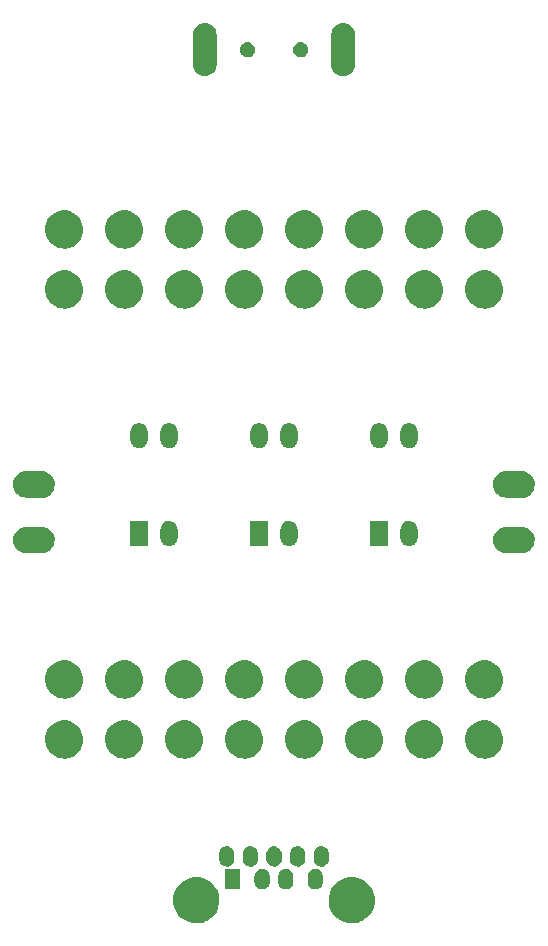
<source format=gbs>
%TF.GenerationSoftware,KiCad,Pcbnew,4.0.1-stable*%
%TF.CreationDate,2016-02-23T23:31:04-05:00*%
%TF.ProjectId,USB Breakout v3.0,55534220427265616B6F75742076332E,3.0.1*%
%TF.FileFunction,Soldermask,Bot*%
%FSLAX46Y46*%
G04 Gerber Fmt 4.6, Leading zero omitted, Abs format (unit mm)*
G04 Created by KiCad (PCBNEW 4.0.1-stable) date 2016-02-23 23:31:04*
%MOMM*%
G01*
G04 APERTURE LIST*
%ADD10C,0.025400*%
G04 APERTURE END LIST*
D10*
G36*
X24114900Y8659502D02*
X24489660Y8582575D01*
X24842339Y8434322D01*
X25159501Y8220394D01*
X25429080Y7948925D01*
X25640789Y7630279D01*
X25786577Y7276570D01*
X25860833Y6901551D01*
X25860833Y6901544D01*
X25860884Y6901286D01*
X25854782Y6464317D01*
X25854724Y6464062D01*
X25854724Y6464055D01*
X25770026Y6091253D01*
X25614419Y5741754D01*
X25393894Y5429141D01*
X25116843Y5165308D01*
X24793830Y4960319D01*
X24793828Y4960318D01*
X24718415Y4931067D01*
X24437144Y4821969D01*
X24060391Y4755537D01*
X23677897Y4763550D01*
X23304251Y4845701D01*
X22953680Y4998861D01*
X22639528Y5217203D01*
X22373775Y5492399D01*
X22166529Y5813981D01*
X22025696Y6169683D01*
X21956634Y6545973D01*
X21961976Y6928507D01*
X22041517Y7302716D01*
X22192228Y7654353D01*
X22408370Y7970020D01*
X22681704Y8237688D01*
X23001827Y8447171D01*
X23356546Y8590487D01*
X23732338Y8662173D01*
X24114900Y8659502D01*
X24114900Y8659502D01*
G37*
G36*
X37254900Y8659502D02*
X37629660Y8582575D01*
X37982339Y8434322D01*
X38299501Y8220394D01*
X38569080Y7948925D01*
X38780789Y7630279D01*
X38926577Y7276570D01*
X39000833Y6901551D01*
X39000833Y6901544D01*
X39000884Y6901286D01*
X38994782Y6464317D01*
X38994724Y6464062D01*
X38994724Y6464055D01*
X38910026Y6091253D01*
X38754419Y5741754D01*
X38533894Y5429141D01*
X38256843Y5165308D01*
X37933830Y4960319D01*
X37933828Y4960318D01*
X37858415Y4931067D01*
X37577144Y4821969D01*
X37200391Y4755537D01*
X36817897Y4763550D01*
X36444251Y4845701D01*
X36093680Y4998861D01*
X35779528Y5217203D01*
X35513775Y5492399D01*
X35306529Y5813981D01*
X35165696Y6169683D01*
X35096634Y6545973D01*
X35101976Y6928507D01*
X35181517Y7302716D01*
X35332228Y7654353D01*
X35548370Y7970020D01*
X35821704Y8237688D01*
X36141827Y8447171D01*
X36496546Y8590487D01*
X36872338Y8662173D01*
X37254900Y8659502D01*
X37254900Y8659502D01*
G37*
G36*
X29610825Y9351677D02*
X29610826Y9351677D01*
X29610862Y9351673D01*
X29732195Y9314114D01*
X29843923Y9253703D01*
X29941789Y9172741D01*
X30022065Y9074312D01*
X30081695Y8962166D01*
X30118406Y8840573D01*
X30130800Y8714165D01*
X30130800Y8285835D01*
X30130737Y8276748D01*
X30116578Y8150526D01*
X30078173Y8029458D01*
X30016984Y7918154D01*
X29935341Y7820856D01*
X29836354Y7741269D01*
X29723794Y7682424D01*
X29601948Y7646562D01*
X29601920Y7646559D01*
X29601912Y7646557D01*
X29475458Y7635050D01*
X29349175Y7648323D01*
X29349174Y7648323D01*
X29349138Y7648327D01*
X29227805Y7685886D01*
X29116077Y7746297D01*
X29018211Y7827259D01*
X28937935Y7925688D01*
X28878305Y8037834D01*
X28841594Y8159427D01*
X28829200Y8285835D01*
X28829200Y8714165D01*
X28829263Y8723252D01*
X28843422Y8849474D01*
X28881827Y8970542D01*
X28943016Y9081846D01*
X29024659Y9179144D01*
X29123646Y9258731D01*
X29236206Y9317576D01*
X29358052Y9353438D01*
X29358080Y9353441D01*
X29358088Y9353443D01*
X29484542Y9364950D01*
X29610825Y9351677D01*
X29610825Y9351677D01*
G37*
G36*
X31610825Y9351677D02*
X31610826Y9351677D01*
X31610862Y9351673D01*
X31732195Y9314114D01*
X31843923Y9253703D01*
X31941789Y9172741D01*
X32022065Y9074312D01*
X32081695Y8962166D01*
X32118406Y8840573D01*
X32130800Y8714165D01*
X32130800Y8285835D01*
X32130737Y8276748D01*
X32116578Y8150526D01*
X32078173Y8029458D01*
X32016984Y7918154D01*
X31935341Y7820856D01*
X31836354Y7741269D01*
X31723794Y7682424D01*
X31601948Y7646562D01*
X31601920Y7646559D01*
X31601912Y7646557D01*
X31475458Y7635050D01*
X31349175Y7648323D01*
X31349174Y7648323D01*
X31349138Y7648327D01*
X31227805Y7685886D01*
X31116077Y7746297D01*
X31018211Y7827259D01*
X30937935Y7925688D01*
X30878305Y8037834D01*
X30841594Y8159427D01*
X30829200Y8285835D01*
X30829200Y8714165D01*
X30829263Y8723252D01*
X30843422Y8849474D01*
X30881827Y8970542D01*
X30943016Y9081846D01*
X31024659Y9179144D01*
X31123646Y9258731D01*
X31236206Y9317576D01*
X31358052Y9353438D01*
X31358080Y9353441D01*
X31358088Y9353443D01*
X31484542Y9364950D01*
X31610825Y9351677D01*
X31610825Y9351677D01*
G37*
G36*
X34110825Y9351677D02*
X34110826Y9351677D01*
X34110862Y9351673D01*
X34232195Y9314114D01*
X34343923Y9253703D01*
X34441789Y9172741D01*
X34522065Y9074312D01*
X34581695Y8962166D01*
X34618406Y8840573D01*
X34630800Y8714165D01*
X34630800Y8285835D01*
X34630737Y8276748D01*
X34616578Y8150526D01*
X34578173Y8029458D01*
X34516984Y7918154D01*
X34435341Y7820856D01*
X34336354Y7741269D01*
X34223794Y7682424D01*
X34101948Y7646562D01*
X34101920Y7646559D01*
X34101912Y7646557D01*
X33975458Y7635050D01*
X33849175Y7648323D01*
X33849174Y7648323D01*
X33849138Y7648327D01*
X33727805Y7685886D01*
X33616077Y7746297D01*
X33518211Y7827259D01*
X33437935Y7925688D01*
X33378305Y8037834D01*
X33341594Y8159427D01*
X33329200Y8285835D01*
X33329200Y8714165D01*
X33329263Y8723252D01*
X33343422Y8849474D01*
X33381827Y8970542D01*
X33443016Y9081846D01*
X33524659Y9179144D01*
X33623646Y9258731D01*
X33736206Y9317576D01*
X33858052Y9353438D01*
X33858080Y9353441D01*
X33858088Y9353443D01*
X33984542Y9364950D01*
X34110825Y9351677D01*
X34110825Y9351677D01*
G37*
G36*
X27630800Y7639200D02*
X26329200Y7639200D01*
X26329200Y9360800D01*
X27630800Y9360800D01*
X27630800Y7639200D01*
X27630800Y7639200D01*
G37*
G36*
X26610825Y11271677D02*
X26610826Y11271677D01*
X26610862Y11271673D01*
X26732195Y11234114D01*
X26843923Y11173703D01*
X26941789Y11092741D01*
X27022065Y10994312D01*
X27081695Y10882166D01*
X27118406Y10760573D01*
X27130800Y10634165D01*
X27130800Y10205835D01*
X27130737Y10196748D01*
X27116578Y10070526D01*
X27078173Y9949458D01*
X27016984Y9838154D01*
X26935341Y9740856D01*
X26836354Y9661269D01*
X26723794Y9602424D01*
X26601948Y9566562D01*
X26601920Y9566559D01*
X26601912Y9566557D01*
X26475458Y9555050D01*
X26349175Y9568323D01*
X26349174Y9568323D01*
X26349138Y9568327D01*
X26227805Y9605886D01*
X26116077Y9666297D01*
X26018211Y9747259D01*
X25937935Y9845688D01*
X25878305Y9957834D01*
X25841594Y10079427D01*
X25829200Y10205835D01*
X25829200Y10634165D01*
X25829263Y10643252D01*
X25843422Y10769474D01*
X25881827Y10890542D01*
X25943016Y11001846D01*
X26024659Y11099144D01*
X26123646Y11178731D01*
X26236206Y11237576D01*
X26358052Y11273438D01*
X26358080Y11273441D01*
X26358088Y11273443D01*
X26484542Y11284950D01*
X26610825Y11271677D01*
X26610825Y11271677D01*
G37*
G36*
X28610825Y11271677D02*
X28610826Y11271677D01*
X28610862Y11271673D01*
X28732195Y11234114D01*
X28843923Y11173703D01*
X28941789Y11092741D01*
X29022065Y10994312D01*
X29081695Y10882166D01*
X29118406Y10760573D01*
X29130800Y10634165D01*
X29130800Y10205835D01*
X29130737Y10196748D01*
X29116578Y10070526D01*
X29078173Y9949458D01*
X29016984Y9838154D01*
X28935341Y9740856D01*
X28836354Y9661269D01*
X28723794Y9602424D01*
X28601948Y9566562D01*
X28601920Y9566559D01*
X28601912Y9566557D01*
X28475458Y9555050D01*
X28349175Y9568323D01*
X28349174Y9568323D01*
X28349138Y9568327D01*
X28227805Y9605886D01*
X28116077Y9666297D01*
X28018211Y9747259D01*
X27937935Y9845688D01*
X27878305Y9957834D01*
X27841594Y10079427D01*
X27829200Y10205835D01*
X27829200Y10634165D01*
X27829263Y10643252D01*
X27843422Y10769474D01*
X27881827Y10890542D01*
X27943016Y11001846D01*
X28024659Y11099144D01*
X28123646Y11178731D01*
X28236206Y11237576D01*
X28358052Y11273438D01*
X28358080Y11273441D01*
X28358088Y11273443D01*
X28484542Y11284950D01*
X28610825Y11271677D01*
X28610825Y11271677D01*
G37*
G36*
X30610825Y11271677D02*
X30610826Y11271677D01*
X30610862Y11271673D01*
X30732195Y11234114D01*
X30843923Y11173703D01*
X30941789Y11092741D01*
X31022065Y10994312D01*
X31081695Y10882166D01*
X31118406Y10760573D01*
X31130800Y10634165D01*
X31130800Y10205835D01*
X31130737Y10196748D01*
X31116578Y10070526D01*
X31078173Y9949458D01*
X31016984Y9838154D01*
X30935341Y9740856D01*
X30836354Y9661269D01*
X30723794Y9602424D01*
X30601948Y9566562D01*
X30601920Y9566559D01*
X30601912Y9566557D01*
X30475458Y9555050D01*
X30349175Y9568323D01*
X30349174Y9568323D01*
X30349138Y9568327D01*
X30227805Y9605886D01*
X30116077Y9666297D01*
X30018211Y9747259D01*
X29937935Y9845688D01*
X29878305Y9957834D01*
X29841594Y10079427D01*
X29829200Y10205835D01*
X29829200Y10634165D01*
X29829263Y10643252D01*
X29843422Y10769474D01*
X29881827Y10890542D01*
X29943016Y11001846D01*
X30024659Y11099144D01*
X30123646Y11178731D01*
X30236206Y11237576D01*
X30358052Y11273438D01*
X30358080Y11273441D01*
X30358088Y11273443D01*
X30484542Y11284950D01*
X30610825Y11271677D01*
X30610825Y11271677D01*
G37*
G36*
X32610825Y11271677D02*
X32610826Y11271677D01*
X32610862Y11271673D01*
X32732195Y11234114D01*
X32843923Y11173703D01*
X32941789Y11092741D01*
X33022065Y10994312D01*
X33081695Y10882166D01*
X33118406Y10760573D01*
X33130800Y10634165D01*
X33130800Y10205835D01*
X33130737Y10196748D01*
X33116578Y10070526D01*
X33078173Y9949458D01*
X33016984Y9838154D01*
X32935341Y9740856D01*
X32836354Y9661269D01*
X32723794Y9602424D01*
X32601948Y9566562D01*
X32601920Y9566559D01*
X32601912Y9566557D01*
X32475458Y9555050D01*
X32349175Y9568323D01*
X32349174Y9568323D01*
X32349138Y9568327D01*
X32227805Y9605886D01*
X32116077Y9666297D01*
X32018211Y9747259D01*
X31937935Y9845688D01*
X31878305Y9957834D01*
X31841594Y10079427D01*
X31829200Y10205835D01*
X31829200Y10634165D01*
X31829263Y10643252D01*
X31843422Y10769474D01*
X31881827Y10890542D01*
X31943016Y11001846D01*
X32024659Y11099144D01*
X32123646Y11178731D01*
X32236206Y11237576D01*
X32358052Y11273438D01*
X32358080Y11273441D01*
X32358088Y11273443D01*
X32484542Y11284950D01*
X32610825Y11271677D01*
X32610825Y11271677D01*
G37*
G36*
X34610825Y11271677D02*
X34610826Y11271677D01*
X34610862Y11271673D01*
X34732195Y11234114D01*
X34843923Y11173703D01*
X34941789Y11092741D01*
X35022065Y10994312D01*
X35081695Y10882166D01*
X35118406Y10760573D01*
X35130800Y10634165D01*
X35130800Y10205835D01*
X35130737Y10196748D01*
X35116578Y10070526D01*
X35078173Y9949458D01*
X35016984Y9838154D01*
X34935341Y9740856D01*
X34836354Y9661269D01*
X34723794Y9602424D01*
X34601948Y9566562D01*
X34601920Y9566559D01*
X34601912Y9566557D01*
X34475458Y9555050D01*
X34349175Y9568323D01*
X34349174Y9568323D01*
X34349138Y9568327D01*
X34227805Y9605886D01*
X34116077Y9666297D01*
X34018211Y9747259D01*
X33937935Y9845688D01*
X33878305Y9957834D01*
X33841594Y10079427D01*
X33829200Y10205835D01*
X33829200Y10634165D01*
X33829263Y10643252D01*
X33843422Y10769474D01*
X33881827Y10890542D01*
X33943016Y11001846D01*
X34024659Y11099144D01*
X34123646Y11178731D01*
X34236206Y11237576D01*
X34358052Y11273438D01*
X34358080Y11273441D01*
X34358088Y11273443D01*
X34484542Y11284950D01*
X34610825Y11271677D01*
X34610825Y11271677D01*
G37*
G36*
X23029408Y21931827D02*
X23339257Y21868224D01*
X23630848Y21745650D01*
X23893073Y21568778D01*
X24115960Y21344329D01*
X24290997Y21080877D01*
X24411534Y20788433D01*
X24472918Y20478418D01*
X24472918Y20478411D01*
X24472969Y20478153D01*
X24467924Y20116872D01*
X24467866Y20116617D01*
X24467866Y20116610D01*
X24397849Y19808427D01*
X24269195Y19519464D01*
X24086866Y19260997D01*
X23857808Y19042868D01*
X23590741Y18873383D01*
X23295837Y18758997D01*
X22984342Y18704071D01*
X22668099Y18710696D01*
X22359174Y18778618D01*
X22069326Y18905249D01*
X21809590Y19085770D01*
X21589864Y19313303D01*
X21418517Y19579182D01*
X21302078Y19873272D01*
X21244978Y20184384D01*
X21249395Y20500660D01*
X21315158Y20810051D01*
X21439765Y21100781D01*
X21618468Y21361771D01*
X21844458Y21583075D01*
X22109134Y21756275D01*
X22402409Y21874765D01*
X22713111Y21934035D01*
X23029408Y21931827D01*
X23029408Y21931827D01*
G37*
G36*
X12869408Y21931827D02*
X13179257Y21868224D01*
X13470848Y21745650D01*
X13733073Y21568778D01*
X13955960Y21344329D01*
X14130997Y21080877D01*
X14251534Y20788433D01*
X14312918Y20478418D01*
X14312918Y20478411D01*
X14312969Y20478153D01*
X14307924Y20116872D01*
X14307866Y20116617D01*
X14307866Y20116610D01*
X14237849Y19808427D01*
X14109195Y19519464D01*
X13926866Y19260997D01*
X13697808Y19042868D01*
X13430741Y18873383D01*
X13135837Y18758997D01*
X12824342Y18704071D01*
X12508099Y18710696D01*
X12199174Y18778618D01*
X11909326Y18905249D01*
X11649590Y19085770D01*
X11429864Y19313303D01*
X11258517Y19579182D01*
X11142078Y19873272D01*
X11084978Y20184384D01*
X11089395Y20500660D01*
X11155158Y20810051D01*
X11279765Y21100781D01*
X11458468Y21361771D01*
X11684458Y21583075D01*
X11949134Y21756275D01*
X12242409Y21874765D01*
X12553111Y21934035D01*
X12869408Y21931827D01*
X12869408Y21931827D01*
G37*
G36*
X17949408Y21931827D02*
X18259257Y21868224D01*
X18550848Y21745650D01*
X18813073Y21568778D01*
X19035960Y21344329D01*
X19210997Y21080877D01*
X19331534Y20788433D01*
X19392918Y20478418D01*
X19392918Y20478411D01*
X19392969Y20478153D01*
X19387924Y20116872D01*
X19387866Y20116617D01*
X19387866Y20116610D01*
X19317849Y19808427D01*
X19189195Y19519464D01*
X19006866Y19260997D01*
X18777808Y19042868D01*
X18510741Y18873383D01*
X18215837Y18758997D01*
X17904342Y18704071D01*
X17588099Y18710696D01*
X17279174Y18778618D01*
X16989326Y18905249D01*
X16729590Y19085770D01*
X16509864Y19313303D01*
X16338517Y19579182D01*
X16222078Y19873272D01*
X16164978Y20184384D01*
X16169395Y20500660D01*
X16235158Y20810051D01*
X16359765Y21100781D01*
X16538468Y21361771D01*
X16764458Y21583075D01*
X17029134Y21756275D01*
X17322409Y21874765D01*
X17633111Y21934035D01*
X17949408Y21931827D01*
X17949408Y21931827D01*
G37*
G36*
X28109408Y21931827D02*
X28419257Y21868224D01*
X28710848Y21745650D01*
X28973073Y21568778D01*
X29195960Y21344329D01*
X29370997Y21080877D01*
X29491534Y20788433D01*
X29552918Y20478418D01*
X29552918Y20478411D01*
X29552969Y20478153D01*
X29547924Y20116872D01*
X29547866Y20116617D01*
X29547866Y20116610D01*
X29477849Y19808427D01*
X29349195Y19519464D01*
X29166866Y19260997D01*
X28937808Y19042868D01*
X28670741Y18873383D01*
X28375837Y18758997D01*
X28064342Y18704071D01*
X27748099Y18710696D01*
X27439174Y18778618D01*
X27149326Y18905249D01*
X26889590Y19085770D01*
X26669864Y19313303D01*
X26498517Y19579182D01*
X26382078Y19873272D01*
X26324978Y20184384D01*
X26329395Y20500660D01*
X26395158Y20810051D01*
X26519765Y21100781D01*
X26698468Y21361771D01*
X26924458Y21583075D01*
X27189134Y21756275D01*
X27482409Y21874765D01*
X27793111Y21934035D01*
X28109408Y21931827D01*
X28109408Y21931827D01*
G37*
G36*
X33189408Y21931827D02*
X33499257Y21868224D01*
X33790848Y21745650D01*
X34053073Y21568778D01*
X34275960Y21344329D01*
X34450997Y21080877D01*
X34571534Y20788433D01*
X34632918Y20478418D01*
X34632918Y20478411D01*
X34632969Y20478153D01*
X34627924Y20116872D01*
X34627866Y20116617D01*
X34627866Y20116610D01*
X34557849Y19808427D01*
X34429195Y19519464D01*
X34246866Y19260997D01*
X34017808Y19042868D01*
X33750741Y18873383D01*
X33455837Y18758997D01*
X33144342Y18704071D01*
X32828099Y18710696D01*
X32519174Y18778618D01*
X32229326Y18905249D01*
X31969590Y19085770D01*
X31749864Y19313303D01*
X31578517Y19579182D01*
X31462078Y19873272D01*
X31404978Y20184384D01*
X31409395Y20500660D01*
X31475158Y20810051D01*
X31599765Y21100781D01*
X31778468Y21361771D01*
X32004458Y21583075D01*
X32269134Y21756275D01*
X32562409Y21874765D01*
X32873111Y21934035D01*
X33189408Y21931827D01*
X33189408Y21931827D01*
G37*
G36*
X38269408Y21931827D02*
X38579257Y21868224D01*
X38870848Y21745650D01*
X39133073Y21568778D01*
X39355960Y21344329D01*
X39530997Y21080877D01*
X39651534Y20788433D01*
X39712918Y20478418D01*
X39712918Y20478411D01*
X39712969Y20478153D01*
X39707924Y20116872D01*
X39707866Y20116617D01*
X39707866Y20116610D01*
X39637849Y19808427D01*
X39509195Y19519464D01*
X39326866Y19260997D01*
X39097808Y19042868D01*
X38830741Y18873383D01*
X38535837Y18758997D01*
X38224342Y18704071D01*
X37908099Y18710696D01*
X37599174Y18778618D01*
X37309326Y18905249D01*
X37049590Y19085770D01*
X36829864Y19313303D01*
X36658517Y19579182D01*
X36542078Y19873272D01*
X36484978Y20184384D01*
X36489395Y20500660D01*
X36555158Y20810051D01*
X36679765Y21100781D01*
X36858468Y21361771D01*
X37084458Y21583075D01*
X37349134Y21756275D01*
X37642409Y21874765D01*
X37953111Y21934035D01*
X38269408Y21931827D01*
X38269408Y21931827D01*
G37*
G36*
X43349408Y21931827D02*
X43659257Y21868224D01*
X43950848Y21745650D01*
X44213073Y21568778D01*
X44435960Y21344329D01*
X44610997Y21080877D01*
X44731534Y20788433D01*
X44792918Y20478418D01*
X44792918Y20478411D01*
X44792969Y20478153D01*
X44787924Y20116872D01*
X44787866Y20116617D01*
X44787866Y20116610D01*
X44717849Y19808427D01*
X44589195Y19519464D01*
X44406866Y19260997D01*
X44177808Y19042868D01*
X43910741Y18873383D01*
X43615837Y18758997D01*
X43304342Y18704071D01*
X42988099Y18710696D01*
X42679174Y18778618D01*
X42389326Y18905249D01*
X42129590Y19085770D01*
X41909864Y19313303D01*
X41738517Y19579182D01*
X41622078Y19873272D01*
X41564978Y20184384D01*
X41569395Y20500660D01*
X41635158Y20810051D01*
X41759765Y21100781D01*
X41938468Y21361771D01*
X42164458Y21583075D01*
X42429134Y21756275D01*
X42722409Y21874765D01*
X43033111Y21934035D01*
X43349408Y21931827D01*
X43349408Y21931827D01*
G37*
G36*
X48429408Y21931827D02*
X48739257Y21868224D01*
X49030848Y21745650D01*
X49293073Y21568778D01*
X49515960Y21344329D01*
X49690997Y21080877D01*
X49811534Y20788433D01*
X49872918Y20478418D01*
X49872918Y20478411D01*
X49872969Y20478153D01*
X49867924Y20116872D01*
X49867866Y20116617D01*
X49867866Y20116610D01*
X49797849Y19808427D01*
X49669195Y19519464D01*
X49486866Y19260997D01*
X49257808Y19042868D01*
X48990741Y18873383D01*
X48695837Y18758997D01*
X48384342Y18704071D01*
X48068099Y18710696D01*
X47759174Y18778618D01*
X47469326Y18905249D01*
X47209590Y19085770D01*
X46989864Y19313303D01*
X46818517Y19579182D01*
X46702078Y19873272D01*
X46644978Y20184384D01*
X46649395Y20500660D01*
X46715158Y20810051D01*
X46839765Y21100781D01*
X47018468Y21361771D01*
X47244458Y21583075D01*
X47509134Y21756275D01*
X47802409Y21874765D01*
X48113111Y21934035D01*
X48429408Y21931827D01*
X48429408Y21931827D01*
G37*
G36*
X48429408Y27011827D02*
X48739257Y26948224D01*
X49030848Y26825650D01*
X49293073Y26648778D01*
X49515960Y26424329D01*
X49690997Y26160877D01*
X49811534Y25868433D01*
X49872918Y25558418D01*
X49872918Y25558411D01*
X49872969Y25558153D01*
X49867924Y25196872D01*
X49867866Y25196617D01*
X49867866Y25196610D01*
X49797849Y24888427D01*
X49669195Y24599464D01*
X49486866Y24340997D01*
X49257808Y24122868D01*
X48990741Y23953383D01*
X48695837Y23838997D01*
X48384342Y23784071D01*
X48068099Y23790696D01*
X47759174Y23858618D01*
X47469326Y23985249D01*
X47209590Y24165770D01*
X46989864Y24393303D01*
X46818517Y24659182D01*
X46702078Y24953272D01*
X46644978Y25264384D01*
X46649395Y25580660D01*
X46715158Y25890051D01*
X46839765Y26180781D01*
X47018468Y26441771D01*
X47244458Y26663075D01*
X47509134Y26836275D01*
X47802409Y26954765D01*
X48113111Y27014035D01*
X48429408Y27011827D01*
X48429408Y27011827D01*
G37*
G36*
X43349408Y27011827D02*
X43659257Y26948224D01*
X43950848Y26825650D01*
X44213073Y26648778D01*
X44435960Y26424329D01*
X44610997Y26160877D01*
X44731534Y25868433D01*
X44792918Y25558418D01*
X44792918Y25558411D01*
X44792969Y25558153D01*
X44787924Y25196872D01*
X44787866Y25196617D01*
X44787866Y25196610D01*
X44717849Y24888427D01*
X44589195Y24599464D01*
X44406866Y24340997D01*
X44177808Y24122868D01*
X43910741Y23953383D01*
X43615837Y23838997D01*
X43304342Y23784071D01*
X42988099Y23790696D01*
X42679174Y23858618D01*
X42389326Y23985249D01*
X42129590Y24165770D01*
X41909864Y24393303D01*
X41738517Y24659182D01*
X41622078Y24953272D01*
X41564978Y25264384D01*
X41569395Y25580660D01*
X41635158Y25890051D01*
X41759765Y26180781D01*
X41938468Y26441771D01*
X42164458Y26663075D01*
X42429134Y26836275D01*
X42722409Y26954765D01*
X43033111Y27014035D01*
X43349408Y27011827D01*
X43349408Y27011827D01*
G37*
G36*
X38269408Y27011827D02*
X38579257Y26948224D01*
X38870848Y26825650D01*
X39133073Y26648778D01*
X39355960Y26424329D01*
X39530997Y26160877D01*
X39651534Y25868433D01*
X39712918Y25558418D01*
X39712918Y25558411D01*
X39712969Y25558153D01*
X39707924Y25196872D01*
X39707866Y25196617D01*
X39707866Y25196610D01*
X39637849Y24888427D01*
X39509195Y24599464D01*
X39326866Y24340997D01*
X39097808Y24122868D01*
X38830741Y23953383D01*
X38535837Y23838997D01*
X38224342Y23784071D01*
X37908099Y23790696D01*
X37599174Y23858618D01*
X37309326Y23985249D01*
X37049590Y24165770D01*
X36829864Y24393303D01*
X36658517Y24659182D01*
X36542078Y24953272D01*
X36484978Y25264384D01*
X36489395Y25580660D01*
X36555158Y25890051D01*
X36679765Y26180781D01*
X36858468Y26441771D01*
X37084458Y26663075D01*
X37349134Y26836275D01*
X37642409Y26954765D01*
X37953111Y27014035D01*
X38269408Y27011827D01*
X38269408Y27011827D01*
G37*
G36*
X33189408Y27011827D02*
X33499257Y26948224D01*
X33790848Y26825650D01*
X34053073Y26648778D01*
X34275960Y26424329D01*
X34450997Y26160877D01*
X34571534Y25868433D01*
X34632918Y25558418D01*
X34632918Y25558411D01*
X34632969Y25558153D01*
X34627924Y25196872D01*
X34627866Y25196617D01*
X34627866Y25196610D01*
X34557849Y24888427D01*
X34429195Y24599464D01*
X34246866Y24340997D01*
X34017808Y24122868D01*
X33750741Y23953383D01*
X33455837Y23838997D01*
X33144342Y23784071D01*
X32828099Y23790696D01*
X32519174Y23858618D01*
X32229326Y23985249D01*
X31969590Y24165770D01*
X31749864Y24393303D01*
X31578517Y24659182D01*
X31462078Y24953272D01*
X31404978Y25264384D01*
X31409395Y25580660D01*
X31475158Y25890051D01*
X31599765Y26180781D01*
X31778468Y26441771D01*
X32004458Y26663075D01*
X32269134Y26836275D01*
X32562409Y26954765D01*
X32873111Y27014035D01*
X33189408Y27011827D01*
X33189408Y27011827D01*
G37*
G36*
X28109408Y27011827D02*
X28419257Y26948224D01*
X28710848Y26825650D01*
X28973073Y26648778D01*
X29195960Y26424329D01*
X29370997Y26160877D01*
X29491534Y25868433D01*
X29552918Y25558418D01*
X29552918Y25558411D01*
X29552969Y25558153D01*
X29547924Y25196872D01*
X29547866Y25196617D01*
X29547866Y25196610D01*
X29477849Y24888427D01*
X29349195Y24599464D01*
X29166866Y24340997D01*
X28937808Y24122868D01*
X28670741Y23953383D01*
X28375837Y23838997D01*
X28064342Y23784071D01*
X27748099Y23790696D01*
X27439174Y23858618D01*
X27149326Y23985249D01*
X26889590Y24165770D01*
X26669864Y24393303D01*
X26498517Y24659182D01*
X26382078Y24953272D01*
X26324978Y25264384D01*
X26329395Y25580660D01*
X26395158Y25890051D01*
X26519765Y26180781D01*
X26698468Y26441771D01*
X26924458Y26663075D01*
X27189134Y26836275D01*
X27482409Y26954765D01*
X27793111Y27014035D01*
X28109408Y27011827D01*
X28109408Y27011827D01*
G37*
G36*
X23029408Y27011827D02*
X23339257Y26948224D01*
X23630848Y26825650D01*
X23893073Y26648778D01*
X24115960Y26424329D01*
X24290997Y26160877D01*
X24411534Y25868433D01*
X24472918Y25558418D01*
X24472918Y25558411D01*
X24472969Y25558153D01*
X24467924Y25196872D01*
X24467866Y25196617D01*
X24467866Y25196610D01*
X24397849Y24888427D01*
X24269195Y24599464D01*
X24086866Y24340997D01*
X23857808Y24122868D01*
X23590741Y23953383D01*
X23295837Y23838997D01*
X22984342Y23784071D01*
X22668099Y23790696D01*
X22359174Y23858618D01*
X22069326Y23985249D01*
X21809590Y24165770D01*
X21589864Y24393303D01*
X21418517Y24659182D01*
X21302078Y24953272D01*
X21244978Y25264384D01*
X21249395Y25580660D01*
X21315158Y25890051D01*
X21439765Y26180781D01*
X21618468Y26441771D01*
X21844458Y26663075D01*
X22109134Y26836275D01*
X22402409Y26954765D01*
X22713111Y27014035D01*
X23029408Y27011827D01*
X23029408Y27011827D01*
G37*
G36*
X17949408Y27011827D02*
X18259257Y26948224D01*
X18550848Y26825650D01*
X18813073Y26648778D01*
X19035960Y26424329D01*
X19210997Y26160877D01*
X19331534Y25868433D01*
X19392918Y25558418D01*
X19392918Y25558411D01*
X19392969Y25558153D01*
X19387924Y25196872D01*
X19387866Y25196617D01*
X19387866Y25196610D01*
X19317849Y24888427D01*
X19189195Y24599464D01*
X19006866Y24340997D01*
X18777808Y24122868D01*
X18510741Y23953383D01*
X18215837Y23838997D01*
X17904342Y23784071D01*
X17588099Y23790696D01*
X17279174Y23858618D01*
X16989326Y23985249D01*
X16729590Y24165770D01*
X16509864Y24393303D01*
X16338517Y24659182D01*
X16222078Y24953272D01*
X16164978Y25264384D01*
X16169395Y25580660D01*
X16235158Y25890051D01*
X16359765Y26180781D01*
X16538468Y26441771D01*
X16764458Y26663075D01*
X17029134Y26836275D01*
X17322409Y26954765D01*
X17633111Y27014035D01*
X17949408Y27011827D01*
X17949408Y27011827D01*
G37*
G36*
X12869408Y27011827D02*
X13179257Y26948224D01*
X13470848Y26825650D01*
X13733073Y26648778D01*
X13955960Y26424329D01*
X14130997Y26160877D01*
X14251534Y25868433D01*
X14312918Y25558418D01*
X14312918Y25558411D01*
X14312969Y25558153D01*
X14307924Y25196872D01*
X14307866Y25196617D01*
X14307866Y25196610D01*
X14237849Y24888427D01*
X14109195Y24599464D01*
X13926866Y24340997D01*
X13697808Y24122868D01*
X13430741Y23953383D01*
X13135837Y23838997D01*
X12824342Y23784071D01*
X12508099Y23790696D01*
X12199174Y23858618D01*
X11909326Y23985249D01*
X11649590Y24165770D01*
X11429864Y24393303D01*
X11258517Y24659182D01*
X11142078Y24953272D01*
X11084978Y25264384D01*
X11089395Y25580660D01*
X11155158Y25890051D01*
X11279765Y26180781D01*
X11458468Y26441771D01*
X11684458Y26663075D01*
X11949134Y26836275D01*
X12242409Y26954765D01*
X12553111Y27014035D01*
X12869408Y27011827D01*
X12869408Y27011827D01*
G37*
G36*
X51447640Y38335702D02*
X51447651Y38335701D01*
X51449190Y38335690D01*
X51667538Y38311199D01*
X51876971Y38244763D01*
X52069511Y38138913D01*
X52237824Y37997681D01*
X52375500Y37826447D01*
X52477295Y37631732D01*
X52539330Y37420954D01*
X52539332Y37420931D01*
X52539336Y37420918D01*
X52559246Y37202142D01*
X52536283Y36983663D01*
X52536280Y36983653D01*
X52536277Y36983626D01*
X52471305Y36773735D01*
X52366801Y36580461D01*
X52226748Y36411165D01*
X52056479Y36272297D01*
X51862480Y36169146D01*
X51652140Y36105641D01*
X51433471Y36084200D01*
X50166465Y36084200D01*
X50152360Y36084298D01*
X50152349Y36084299D01*
X50150810Y36084310D01*
X49932462Y36108801D01*
X49723029Y36175237D01*
X49530489Y36281087D01*
X49362176Y36422319D01*
X49224500Y36593553D01*
X49122705Y36788268D01*
X49060670Y36999046D01*
X49060668Y36999069D01*
X49060664Y36999082D01*
X49040754Y37217858D01*
X49063717Y37436337D01*
X49063720Y37436347D01*
X49063723Y37436374D01*
X49128695Y37646265D01*
X49233199Y37839539D01*
X49373252Y38008835D01*
X49543521Y38147703D01*
X49737520Y38250854D01*
X49947860Y38314359D01*
X50166529Y38335800D01*
X51433535Y38335800D01*
X51447640Y38335702D01*
X51447640Y38335702D01*
G37*
G36*
X10807640Y38335702D02*
X10807651Y38335701D01*
X10809190Y38335690D01*
X11027538Y38311199D01*
X11236971Y38244763D01*
X11429511Y38138913D01*
X11597824Y37997681D01*
X11735500Y37826447D01*
X11837295Y37631732D01*
X11899330Y37420954D01*
X11899332Y37420931D01*
X11899336Y37420918D01*
X11919246Y37202142D01*
X11896283Y36983663D01*
X11896280Y36983653D01*
X11896277Y36983626D01*
X11831305Y36773735D01*
X11726801Y36580461D01*
X11586748Y36411165D01*
X11416479Y36272297D01*
X11222480Y36169146D01*
X11012140Y36105641D01*
X10793471Y36084200D01*
X9526465Y36084200D01*
X9512360Y36084298D01*
X9512349Y36084299D01*
X9510810Y36084310D01*
X9292462Y36108801D01*
X9083029Y36175237D01*
X8890489Y36281087D01*
X8722176Y36422319D01*
X8584500Y36593553D01*
X8482705Y36788268D01*
X8420670Y36999046D01*
X8420668Y36999069D01*
X8420664Y36999082D01*
X8400754Y37217858D01*
X8423717Y37436337D01*
X8423720Y37436347D01*
X8423723Y37436374D01*
X8488695Y37646265D01*
X8593199Y37839539D01*
X8733252Y38008835D01*
X8903521Y38147703D01*
X9097520Y38250854D01*
X9307860Y38314359D01*
X9526529Y38335800D01*
X10793535Y38335800D01*
X10807640Y38335702D01*
X10807640Y38335702D01*
G37*
G36*
X42055903Y38816127D02*
X42055912Y38816124D01*
X42055942Y38816121D01*
X42191259Y38774233D01*
X42315862Y38706860D01*
X42425006Y38616569D01*
X42514534Y38506797D01*
X42581036Y38381726D01*
X42621977Y38246120D01*
X42635800Y38105145D01*
X42635800Y37419791D01*
X42635741Y37411272D01*
X42635740Y37411261D01*
X42635729Y37409721D01*
X42619940Y37268953D01*
X42577108Y37133932D01*
X42508867Y37009802D01*
X42417816Y36901291D01*
X42307421Y36812531D01*
X42181889Y36746905D01*
X42046001Y36706911D01*
X42045975Y36706909D01*
X42045966Y36706906D01*
X41904933Y36694071D01*
X41764097Y36708873D01*
X41764088Y36708876D01*
X41764058Y36708879D01*
X41628741Y36750767D01*
X41504138Y36818140D01*
X41394994Y36908431D01*
X41305466Y37018203D01*
X41238964Y37143274D01*
X41198023Y37278880D01*
X41184200Y37419855D01*
X41184200Y38105209D01*
X41184259Y38113728D01*
X41184260Y38113739D01*
X41184271Y38115279D01*
X41200060Y38256047D01*
X41242892Y38391068D01*
X41311133Y38515198D01*
X41402184Y38623709D01*
X41512579Y38712469D01*
X41638111Y38778095D01*
X41773999Y38818089D01*
X41774025Y38818091D01*
X41774034Y38818094D01*
X41915067Y38830929D01*
X42055903Y38816127D01*
X42055903Y38816127D01*
G37*
G36*
X31895903Y38816127D02*
X31895912Y38816124D01*
X31895942Y38816121D01*
X32031259Y38774233D01*
X32155862Y38706860D01*
X32265006Y38616569D01*
X32354534Y38506797D01*
X32421036Y38381726D01*
X32461977Y38246120D01*
X32475800Y38105145D01*
X32475800Y37419791D01*
X32475741Y37411272D01*
X32475740Y37411261D01*
X32475729Y37409721D01*
X32459940Y37268953D01*
X32417108Y37133932D01*
X32348867Y37009802D01*
X32257816Y36901291D01*
X32147421Y36812531D01*
X32021889Y36746905D01*
X31886001Y36706911D01*
X31885975Y36706909D01*
X31885966Y36706906D01*
X31744933Y36694071D01*
X31604097Y36708873D01*
X31604088Y36708876D01*
X31604058Y36708879D01*
X31468741Y36750767D01*
X31344138Y36818140D01*
X31234994Y36908431D01*
X31145466Y37018203D01*
X31078964Y37143274D01*
X31038023Y37278880D01*
X31024200Y37419855D01*
X31024200Y38105209D01*
X31024259Y38113728D01*
X31024260Y38113739D01*
X31024271Y38115279D01*
X31040060Y38256047D01*
X31082892Y38391068D01*
X31151133Y38515198D01*
X31242184Y38623709D01*
X31352579Y38712469D01*
X31478111Y38778095D01*
X31613999Y38818089D01*
X31614025Y38818091D01*
X31614034Y38818094D01*
X31755067Y38830929D01*
X31895903Y38816127D01*
X31895903Y38816127D01*
G37*
G36*
X21735903Y38816127D02*
X21735912Y38816124D01*
X21735942Y38816121D01*
X21871259Y38774233D01*
X21995862Y38706860D01*
X22105006Y38616569D01*
X22194534Y38506797D01*
X22261036Y38381726D01*
X22301977Y38246120D01*
X22315800Y38105145D01*
X22315800Y37419791D01*
X22315741Y37411272D01*
X22315740Y37411261D01*
X22315729Y37409721D01*
X22299940Y37268953D01*
X22257108Y37133932D01*
X22188867Y37009802D01*
X22097816Y36901291D01*
X21987421Y36812531D01*
X21861889Y36746905D01*
X21726001Y36706911D01*
X21725975Y36706909D01*
X21725966Y36706906D01*
X21584933Y36694071D01*
X21444097Y36708873D01*
X21444088Y36708876D01*
X21444058Y36708879D01*
X21308741Y36750767D01*
X21184138Y36818140D01*
X21074994Y36908431D01*
X20985466Y37018203D01*
X20918964Y37143274D01*
X20878023Y37278880D01*
X20864200Y37419855D01*
X20864200Y38105209D01*
X20864259Y38113728D01*
X20864260Y38113739D01*
X20864271Y38115279D01*
X20880060Y38256047D01*
X20922892Y38391068D01*
X20991133Y38515198D01*
X21082184Y38623709D01*
X21192579Y38712469D01*
X21318111Y38778095D01*
X21453999Y38818089D01*
X21454025Y38818091D01*
X21454034Y38818094D01*
X21595067Y38830929D01*
X21735903Y38816127D01*
X21735903Y38816127D01*
G37*
G36*
X40095800Y36699200D02*
X38644200Y36699200D01*
X38644200Y38825800D01*
X40095800Y38825800D01*
X40095800Y36699200D01*
X40095800Y36699200D01*
G37*
G36*
X29935800Y36699200D02*
X28484200Y36699200D01*
X28484200Y38825800D01*
X29935800Y38825800D01*
X29935800Y36699200D01*
X29935800Y36699200D01*
G37*
G36*
X19775800Y36699200D02*
X18324200Y36699200D01*
X18324200Y38825800D01*
X19775800Y38825800D01*
X19775800Y36699200D01*
X19775800Y36699200D01*
G37*
G36*
X10807640Y43035702D02*
X10807651Y43035701D01*
X10809190Y43035690D01*
X11027538Y43011199D01*
X11236971Y42944763D01*
X11429511Y42838913D01*
X11597824Y42697681D01*
X11735500Y42526447D01*
X11837295Y42331732D01*
X11899330Y42120954D01*
X11899332Y42120931D01*
X11899336Y42120918D01*
X11919246Y41902142D01*
X11896283Y41683663D01*
X11896280Y41683653D01*
X11896277Y41683626D01*
X11831305Y41473735D01*
X11726801Y41280461D01*
X11586748Y41111165D01*
X11416479Y40972297D01*
X11222480Y40869146D01*
X11012140Y40805641D01*
X10793471Y40784200D01*
X9526465Y40784200D01*
X9512360Y40784298D01*
X9512349Y40784299D01*
X9510810Y40784310D01*
X9292462Y40808801D01*
X9083029Y40875237D01*
X8890489Y40981087D01*
X8722176Y41122319D01*
X8584500Y41293553D01*
X8482705Y41488268D01*
X8420670Y41699046D01*
X8420668Y41699069D01*
X8420664Y41699082D01*
X8400754Y41917858D01*
X8423717Y42136337D01*
X8423720Y42136347D01*
X8423723Y42136374D01*
X8488695Y42346265D01*
X8593199Y42539539D01*
X8733252Y42708835D01*
X8903521Y42847703D01*
X9097520Y42950854D01*
X9307860Y43014359D01*
X9526529Y43035800D01*
X10793535Y43035800D01*
X10807640Y43035702D01*
X10807640Y43035702D01*
G37*
G36*
X51447640Y43035702D02*
X51447651Y43035701D01*
X51449190Y43035690D01*
X51667538Y43011199D01*
X51876971Y42944763D01*
X52069511Y42838913D01*
X52237824Y42697681D01*
X52375500Y42526447D01*
X52477295Y42331732D01*
X52539330Y42120954D01*
X52539332Y42120931D01*
X52539336Y42120918D01*
X52559246Y41902142D01*
X52536283Y41683663D01*
X52536280Y41683653D01*
X52536277Y41683626D01*
X52471305Y41473735D01*
X52366801Y41280461D01*
X52226748Y41111165D01*
X52056479Y40972297D01*
X51862480Y40869146D01*
X51652140Y40805641D01*
X51433471Y40784200D01*
X50166465Y40784200D01*
X50152360Y40784298D01*
X50152349Y40784299D01*
X50150810Y40784310D01*
X49932462Y40808801D01*
X49723029Y40875237D01*
X49530489Y40981087D01*
X49362176Y41122319D01*
X49224500Y41293553D01*
X49122705Y41488268D01*
X49060670Y41699046D01*
X49060668Y41699069D01*
X49060664Y41699082D01*
X49040754Y41917858D01*
X49063717Y42136337D01*
X49063720Y42136347D01*
X49063723Y42136374D01*
X49128695Y42346265D01*
X49233199Y42539539D01*
X49373252Y42708835D01*
X49543521Y42847703D01*
X49737520Y42950854D01*
X49947860Y43014359D01*
X50166529Y43035800D01*
X51433535Y43035800D01*
X51447640Y43035702D01*
X51447640Y43035702D01*
G37*
G36*
X42055903Y47111127D02*
X42055912Y47111124D01*
X42055942Y47111121D01*
X42191259Y47069233D01*
X42315862Y47001860D01*
X42425006Y46911569D01*
X42514534Y46801797D01*
X42581036Y46676726D01*
X42621977Y46541120D01*
X42635800Y46400145D01*
X42635800Y45714791D01*
X42635741Y45706272D01*
X42635740Y45706261D01*
X42635729Y45704721D01*
X42619940Y45563953D01*
X42577108Y45428932D01*
X42508867Y45304802D01*
X42417816Y45196291D01*
X42307421Y45107531D01*
X42181889Y45041905D01*
X42046001Y45001911D01*
X42045975Y45001909D01*
X42045966Y45001906D01*
X41904933Y44989071D01*
X41764097Y45003873D01*
X41764088Y45003876D01*
X41764058Y45003879D01*
X41628741Y45045767D01*
X41504138Y45113140D01*
X41394994Y45203431D01*
X41305466Y45313203D01*
X41238964Y45438274D01*
X41198023Y45573880D01*
X41184200Y45714855D01*
X41184200Y46400209D01*
X41184259Y46408728D01*
X41184260Y46408739D01*
X41184271Y46410279D01*
X41200060Y46551047D01*
X41242892Y46686068D01*
X41311133Y46810198D01*
X41402184Y46918709D01*
X41512579Y47007469D01*
X41638111Y47073095D01*
X41773999Y47113089D01*
X41774025Y47113091D01*
X41774034Y47113094D01*
X41915067Y47125929D01*
X42055903Y47111127D01*
X42055903Y47111127D01*
G37*
G36*
X39515903Y47111127D02*
X39515912Y47111124D01*
X39515942Y47111121D01*
X39651259Y47069233D01*
X39775862Y47001860D01*
X39885006Y46911569D01*
X39974534Y46801797D01*
X40041036Y46676726D01*
X40081977Y46541120D01*
X40095800Y46400145D01*
X40095800Y45714791D01*
X40095741Y45706272D01*
X40095740Y45706261D01*
X40095729Y45704721D01*
X40079940Y45563953D01*
X40037108Y45428932D01*
X39968867Y45304802D01*
X39877816Y45196291D01*
X39767421Y45107531D01*
X39641889Y45041905D01*
X39506001Y45001911D01*
X39505975Y45001909D01*
X39505966Y45001906D01*
X39364933Y44989071D01*
X39224097Y45003873D01*
X39224088Y45003876D01*
X39224058Y45003879D01*
X39088741Y45045767D01*
X38964138Y45113140D01*
X38854994Y45203431D01*
X38765466Y45313203D01*
X38698964Y45438274D01*
X38658023Y45573880D01*
X38644200Y45714855D01*
X38644200Y46400209D01*
X38644259Y46408728D01*
X38644260Y46408739D01*
X38644271Y46410279D01*
X38660060Y46551047D01*
X38702892Y46686068D01*
X38771133Y46810198D01*
X38862184Y46918709D01*
X38972579Y47007469D01*
X39098111Y47073095D01*
X39233999Y47113089D01*
X39234025Y47113091D01*
X39234034Y47113094D01*
X39375067Y47125929D01*
X39515903Y47111127D01*
X39515903Y47111127D01*
G37*
G36*
X31895903Y47111127D02*
X31895912Y47111124D01*
X31895942Y47111121D01*
X32031259Y47069233D01*
X32155862Y47001860D01*
X32265006Y46911569D01*
X32354534Y46801797D01*
X32421036Y46676726D01*
X32461977Y46541120D01*
X32475800Y46400145D01*
X32475800Y45714791D01*
X32475741Y45706272D01*
X32475740Y45706261D01*
X32475729Y45704721D01*
X32459940Y45563953D01*
X32417108Y45428932D01*
X32348867Y45304802D01*
X32257816Y45196291D01*
X32147421Y45107531D01*
X32021889Y45041905D01*
X31886001Y45001911D01*
X31885975Y45001909D01*
X31885966Y45001906D01*
X31744933Y44989071D01*
X31604097Y45003873D01*
X31604088Y45003876D01*
X31604058Y45003879D01*
X31468741Y45045767D01*
X31344138Y45113140D01*
X31234994Y45203431D01*
X31145466Y45313203D01*
X31078964Y45438274D01*
X31038023Y45573880D01*
X31024200Y45714855D01*
X31024200Y46400209D01*
X31024259Y46408728D01*
X31024260Y46408739D01*
X31024271Y46410279D01*
X31040060Y46551047D01*
X31082892Y46686068D01*
X31151133Y46810198D01*
X31242184Y46918709D01*
X31352579Y47007469D01*
X31478111Y47073095D01*
X31613999Y47113089D01*
X31614025Y47113091D01*
X31614034Y47113094D01*
X31755067Y47125929D01*
X31895903Y47111127D01*
X31895903Y47111127D01*
G37*
G36*
X29355903Y47111127D02*
X29355912Y47111124D01*
X29355942Y47111121D01*
X29491259Y47069233D01*
X29615862Y47001860D01*
X29725006Y46911569D01*
X29814534Y46801797D01*
X29881036Y46676726D01*
X29921977Y46541120D01*
X29935800Y46400145D01*
X29935800Y45714791D01*
X29935741Y45706272D01*
X29935740Y45706261D01*
X29935729Y45704721D01*
X29919940Y45563953D01*
X29877108Y45428932D01*
X29808867Y45304802D01*
X29717816Y45196291D01*
X29607421Y45107531D01*
X29481889Y45041905D01*
X29346001Y45001911D01*
X29345975Y45001909D01*
X29345966Y45001906D01*
X29204933Y44989071D01*
X29064097Y45003873D01*
X29064088Y45003876D01*
X29064058Y45003879D01*
X28928741Y45045767D01*
X28804138Y45113140D01*
X28694994Y45203431D01*
X28605466Y45313203D01*
X28538964Y45438274D01*
X28498023Y45573880D01*
X28484200Y45714855D01*
X28484200Y46400209D01*
X28484259Y46408728D01*
X28484260Y46408739D01*
X28484271Y46410279D01*
X28500060Y46551047D01*
X28542892Y46686068D01*
X28611133Y46810198D01*
X28702184Y46918709D01*
X28812579Y47007469D01*
X28938111Y47073095D01*
X29073999Y47113089D01*
X29074025Y47113091D01*
X29074034Y47113094D01*
X29215067Y47125929D01*
X29355903Y47111127D01*
X29355903Y47111127D01*
G37*
G36*
X19195903Y47111127D02*
X19195912Y47111124D01*
X19195942Y47111121D01*
X19331259Y47069233D01*
X19455862Y47001860D01*
X19565006Y46911569D01*
X19654534Y46801797D01*
X19721036Y46676726D01*
X19761977Y46541120D01*
X19775800Y46400145D01*
X19775800Y45714791D01*
X19775741Y45706272D01*
X19775740Y45706261D01*
X19775729Y45704721D01*
X19759940Y45563953D01*
X19717108Y45428932D01*
X19648867Y45304802D01*
X19557816Y45196291D01*
X19447421Y45107531D01*
X19321889Y45041905D01*
X19186001Y45001911D01*
X19185975Y45001909D01*
X19185966Y45001906D01*
X19044933Y44989071D01*
X18904097Y45003873D01*
X18904088Y45003876D01*
X18904058Y45003879D01*
X18768741Y45045767D01*
X18644138Y45113140D01*
X18534994Y45203431D01*
X18445466Y45313203D01*
X18378964Y45438274D01*
X18338023Y45573880D01*
X18324200Y45714855D01*
X18324200Y46400209D01*
X18324259Y46408728D01*
X18324260Y46408739D01*
X18324271Y46410279D01*
X18340060Y46551047D01*
X18382892Y46686068D01*
X18451133Y46810198D01*
X18542184Y46918709D01*
X18652579Y47007469D01*
X18778111Y47073095D01*
X18913999Y47113089D01*
X18914025Y47113091D01*
X18914034Y47113094D01*
X19055067Y47125929D01*
X19195903Y47111127D01*
X19195903Y47111127D01*
G37*
G36*
X21735903Y47111127D02*
X21735912Y47111124D01*
X21735942Y47111121D01*
X21871259Y47069233D01*
X21995862Y47001860D01*
X22105006Y46911569D01*
X22194534Y46801797D01*
X22261036Y46676726D01*
X22301977Y46541120D01*
X22315800Y46400145D01*
X22315800Y45714791D01*
X22315741Y45706272D01*
X22315740Y45706261D01*
X22315729Y45704721D01*
X22299940Y45563953D01*
X22257108Y45428932D01*
X22188867Y45304802D01*
X22097816Y45196291D01*
X21987421Y45107531D01*
X21861889Y45041905D01*
X21726001Y45001911D01*
X21725975Y45001909D01*
X21725966Y45001906D01*
X21584933Y44989071D01*
X21444097Y45003873D01*
X21444088Y45003876D01*
X21444058Y45003879D01*
X21308741Y45045767D01*
X21184138Y45113140D01*
X21074994Y45203431D01*
X20985466Y45313203D01*
X20918964Y45438274D01*
X20878023Y45573880D01*
X20864200Y45714855D01*
X20864200Y46400209D01*
X20864259Y46408728D01*
X20864260Y46408739D01*
X20864271Y46410279D01*
X20880060Y46551047D01*
X20922892Y46686068D01*
X20991133Y46810198D01*
X21082184Y46918709D01*
X21192579Y47007469D01*
X21318111Y47073095D01*
X21453999Y47113089D01*
X21454025Y47113091D01*
X21454034Y47113094D01*
X21595067Y47125929D01*
X21735903Y47111127D01*
X21735903Y47111127D01*
G37*
G36*
X48429408Y60031827D02*
X48739257Y59968224D01*
X49030848Y59845650D01*
X49293073Y59668778D01*
X49515960Y59444329D01*
X49690997Y59180877D01*
X49811534Y58888433D01*
X49872918Y58578418D01*
X49872918Y58578411D01*
X49872969Y58578153D01*
X49867924Y58216872D01*
X49867866Y58216617D01*
X49867866Y58216610D01*
X49797849Y57908427D01*
X49669195Y57619464D01*
X49486866Y57360997D01*
X49257808Y57142868D01*
X48990741Y56973383D01*
X48695837Y56858997D01*
X48384342Y56804071D01*
X48068099Y56810696D01*
X47759174Y56878618D01*
X47469326Y57005249D01*
X47209590Y57185770D01*
X46989864Y57413303D01*
X46818517Y57679182D01*
X46702078Y57973272D01*
X46644978Y58284384D01*
X46649395Y58600660D01*
X46715158Y58910051D01*
X46839765Y59200781D01*
X47018468Y59461771D01*
X47244458Y59683075D01*
X47509134Y59856275D01*
X47802409Y59974765D01*
X48113111Y60034035D01*
X48429408Y60031827D01*
X48429408Y60031827D01*
G37*
G36*
X43349408Y60031827D02*
X43659257Y59968224D01*
X43950848Y59845650D01*
X44213073Y59668778D01*
X44435960Y59444329D01*
X44610997Y59180877D01*
X44731534Y58888433D01*
X44792918Y58578418D01*
X44792918Y58578411D01*
X44792969Y58578153D01*
X44787924Y58216872D01*
X44787866Y58216617D01*
X44787866Y58216610D01*
X44717849Y57908427D01*
X44589195Y57619464D01*
X44406866Y57360997D01*
X44177808Y57142868D01*
X43910741Y56973383D01*
X43615837Y56858997D01*
X43304342Y56804071D01*
X42988099Y56810696D01*
X42679174Y56878618D01*
X42389326Y57005249D01*
X42129590Y57185770D01*
X41909864Y57413303D01*
X41738517Y57679182D01*
X41622078Y57973272D01*
X41564978Y58284384D01*
X41569395Y58600660D01*
X41635158Y58910051D01*
X41759765Y59200781D01*
X41938468Y59461771D01*
X42164458Y59683075D01*
X42429134Y59856275D01*
X42722409Y59974765D01*
X43033111Y60034035D01*
X43349408Y60031827D01*
X43349408Y60031827D01*
G37*
G36*
X38269408Y60031827D02*
X38579257Y59968224D01*
X38870848Y59845650D01*
X39133073Y59668778D01*
X39355960Y59444329D01*
X39530997Y59180877D01*
X39651534Y58888433D01*
X39712918Y58578418D01*
X39712918Y58578411D01*
X39712969Y58578153D01*
X39707924Y58216872D01*
X39707866Y58216617D01*
X39707866Y58216610D01*
X39637849Y57908427D01*
X39509195Y57619464D01*
X39326866Y57360997D01*
X39097808Y57142868D01*
X38830741Y56973383D01*
X38535837Y56858997D01*
X38224342Y56804071D01*
X37908099Y56810696D01*
X37599174Y56878618D01*
X37309326Y57005249D01*
X37049590Y57185770D01*
X36829864Y57413303D01*
X36658517Y57679182D01*
X36542078Y57973272D01*
X36484978Y58284384D01*
X36489395Y58600660D01*
X36555158Y58910051D01*
X36679765Y59200781D01*
X36858468Y59461771D01*
X37084458Y59683075D01*
X37349134Y59856275D01*
X37642409Y59974765D01*
X37953111Y60034035D01*
X38269408Y60031827D01*
X38269408Y60031827D01*
G37*
G36*
X28109408Y60031827D02*
X28419257Y59968224D01*
X28710848Y59845650D01*
X28973073Y59668778D01*
X29195960Y59444329D01*
X29370997Y59180877D01*
X29491534Y58888433D01*
X29552918Y58578418D01*
X29552918Y58578411D01*
X29552969Y58578153D01*
X29547924Y58216872D01*
X29547866Y58216617D01*
X29547866Y58216610D01*
X29477849Y57908427D01*
X29349195Y57619464D01*
X29166866Y57360997D01*
X28937808Y57142868D01*
X28670741Y56973383D01*
X28375837Y56858997D01*
X28064342Y56804071D01*
X27748099Y56810696D01*
X27439174Y56878618D01*
X27149326Y57005249D01*
X26889590Y57185770D01*
X26669864Y57413303D01*
X26498517Y57679182D01*
X26382078Y57973272D01*
X26324978Y58284384D01*
X26329395Y58600660D01*
X26395158Y58910051D01*
X26519765Y59200781D01*
X26698468Y59461771D01*
X26924458Y59683075D01*
X27189134Y59856275D01*
X27482409Y59974765D01*
X27793111Y60034035D01*
X28109408Y60031827D01*
X28109408Y60031827D01*
G37*
G36*
X33189408Y60031827D02*
X33499257Y59968224D01*
X33790848Y59845650D01*
X34053073Y59668778D01*
X34275960Y59444329D01*
X34450997Y59180877D01*
X34571534Y58888433D01*
X34632918Y58578418D01*
X34632918Y58578411D01*
X34632969Y58578153D01*
X34627924Y58216872D01*
X34627866Y58216617D01*
X34627866Y58216610D01*
X34557849Y57908427D01*
X34429195Y57619464D01*
X34246866Y57360997D01*
X34017808Y57142868D01*
X33750741Y56973383D01*
X33455837Y56858997D01*
X33144342Y56804071D01*
X32828099Y56810696D01*
X32519174Y56878618D01*
X32229326Y57005249D01*
X31969590Y57185770D01*
X31749864Y57413303D01*
X31578517Y57679182D01*
X31462078Y57973272D01*
X31404978Y58284384D01*
X31409395Y58600660D01*
X31475158Y58910051D01*
X31599765Y59200781D01*
X31778468Y59461771D01*
X32004458Y59683075D01*
X32269134Y59856275D01*
X32562409Y59974765D01*
X32873111Y60034035D01*
X33189408Y60031827D01*
X33189408Y60031827D01*
G37*
G36*
X23029408Y60031827D02*
X23339257Y59968224D01*
X23630848Y59845650D01*
X23893073Y59668778D01*
X24115960Y59444329D01*
X24290997Y59180877D01*
X24411534Y58888433D01*
X24472918Y58578418D01*
X24472918Y58578411D01*
X24472969Y58578153D01*
X24467924Y58216872D01*
X24467866Y58216617D01*
X24467866Y58216610D01*
X24397849Y57908427D01*
X24269195Y57619464D01*
X24086866Y57360997D01*
X23857808Y57142868D01*
X23590741Y56973383D01*
X23295837Y56858997D01*
X22984342Y56804071D01*
X22668099Y56810696D01*
X22359174Y56878618D01*
X22069326Y57005249D01*
X21809590Y57185770D01*
X21589864Y57413303D01*
X21418517Y57679182D01*
X21302078Y57973272D01*
X21244978Y58284384D01*
X21249395Y58600660D01*
X21315158Y58910051D01*
X21439765Y59200781D01*
X21618468Y59461771D01*
X21844458Y59683075D01*
X22109134Y59856275D01*
X22402409Y59974765D01*
X22713111Y60034035D01*
X23029408Y60031827D01*
X23029408Y60031827D01*
G37*
G36*
X17949408Y60031827D02*
X18259257Y59968224D01*
X18550848Y59845650D01*
X18813073Y59668778D01*
X19035960Y59444329D01*
X19210997Y59180877D01*
X19331534Y58888433D01*
X19392918Y58578418D01*
X19392918Y58578411D01*
X19392969Y58578153D01*
X19387924Y58216872D01*
X19387866Y58216617D01*
X19387866Y58216610D01*
X19317849Y57908427D01*
X19189195Y57619464D01*
X19006866Y57360997D01*
X18777808Y57142868D01*
X18510741Y56973383D01*
X18215837Y56858997D01*
X17904342Y56804071D01*
X17588099Y56810696D01*
X17279174Y56878618D01*
X16989326Y57005249D01*
X16729590Y57185770D01*
X16509864Y57413303D01*
X16338517Y57679182D01*
X16222078Y57973272D01*
X16164978Y58284384D01*
X16169395Y58600660D01*
X16235158Y58910051D01*
X16359765Y59200781D01*
X16538468Y59461771D01*
X16764458Y59683075D01*
X17029134Y59856275D01*
X17322409Y59974765D01*
X17633111Y60034035D01*
X17949408Y60031827D01*
X17949408Y60031827D01*
G37*
G36*
X12869408Y60031827D02*
X13179257Y59968224D01*
X13470848Y59845650D01*
X13733073Y59668778D01*
X13955960Y59444329D01*
X14130997Y59180877D01*
X14251534Y58888433D01*
X14312918Y58578418D01*
X14312918Y58578411D01*
X14312969Y58578153D01*
X14307924Y58216872D01*
X14307866Y58216617D01*
X14307866Y58216610D01*
X14237849Y57908427D01*
X14109195Y57619464D01*
X13926866Y57360997D01*
X13697808Y57142868D01*
X13430741Y56973383D01*
X13135837Y56858997D01*
X12824342Y56804071D01*
X12508099Y56810696D01*
X12199174Y56878618D01*
X11909326Y57005249D01*
X11649590Y57185770D01*
X11429864Y57413303D01*
X11258517Y57679182D01*
X11142078Y57973272D01*
X11084978Y58284384D01*
X11089395Y58600660D01*
X11155158Y58910051D01*
X11279765Y59200781D01*
X11458468Y59461771D01*
X11684458Y59683075D01*
X11949134Y59856275D01*
X12242409Y59974765D01*
X12553111Y60034035D01*
X12869408Y60031827D01*
X12869408Y60031827D01*
G37*
G36*
X17949408Y65111827D02*
X18259257Y65048224D01*
X18550848Y64925650D01*
X18813073Y64748778D01*
X19035960Y64524329D01*
X19210997Y64260877D01*
X19331534Y63968433D01*
X19392918Y63658418D01*
X19392918Y63658411D01*
X19392969Y63658153D01*
X19387924Y63296872D01*
X19387866Y63296617D01*
X19387866Y63296610D01*
X19317849Y62988427D01*
X19189195Y62699464D01*
X19006866Y62440997D01*
X18777808Y62222868D01*
X18510741Y62053383D01*
X18215837Y61938997D01*
X17904342Y61884071D01*
X17588099Y61890696D01*
X17279174Y61958618D01*
X16989326Y62085249D01*
X16729590Y62265770D01*
X16509864Y62493303D01*
X16338517Y62759182D01*
X16222078Y63053272D01*
X16164978Y63364384D01*
X16169395Y63680660D01*
X16235158Y63990051D01*
X16359765Y64280781D01*
X16538468Y64541771D01*
X16764458Y64763075D01*
X17029134Y64936275D01*
X17322409Y65054765D01*
X17633111Y65114035D01*
X17949408Y65111827D01*
X17949408Y65111827D01*
G37*
G36*
X12869408Y65111827D02*
X13179257Y65048224D01*
X13470848Y64925650D01*
X13733073Y64748778D01*
X13955960Y64524329D01*
X14130997Y64260877D01*
X14251534Y63968433D01*
X14312918Y63658418D01*
X14312918Y63658411D01*
X14312969Y63658153D01*
X14307924Y63296872D01*
X14307866Y63296617D01*
X14307866Y63296610D01*
X14237849Y62988427D01*
X14109195Y62699464D01*
X13926866Y62440997D01*
X13697808Y62222868D01*
X13430741Y62053383D01*
X13135837Y61938997D01*
X12824342Y61884071D01*
X12508099Y61890696D01*
X12199174Y61958618D01*
X11909326Y62085249D01*
X11649590Y62265770D01*
X11429864Y62493303D01*
X11258517Y62759182D01*
X11142078Y63053272D01*
X11084978Y63364384D01*
X11089395Y63680660D01*
X11155158Y63990051D01*
X11279765Y64280781D01*
X11458468Y64541771D01*
X11684458Y64763075D01*
X11949134Y64936275D01*
X12242409Y65054765D01*
X12553111Y65114035D01*
X12869408Y65111827D01*
X12869408Y65111827D01*
G37*
G36*
X23029408Y65111827D02*
X23339257Y65048224D01*
X23630848Y64925650D01*
X23893073Y64748778D01*
X24115960Y64524329D01*
X24290997Y64260877D01*
X24411534Y63968433D01*
X24472918Y63658418D01*
X24472918Y63658411D01*
X24472969Y63658153D01*
X24467924Y63296872D01*
X24467866Y63296617D01*
X24467866Y63296610D01*
X24397849Y62988427D01*
X24269195Y62699464D01*
X24086866Y62440997D01*
X23857808Y62222868D01*
X23590741Y62053383D01*
X23295837Y61938997D01*
X22984342Y61884071D01*
X22668099Y61890696D01*
X22359174Y61958618D01*
X22069326Y62085249D01*
X21809590Y62265770D01*
X21589864Y62493303D01*
X21418517Y62759182D01*
X21302078Y63053272D01*
X21244978Y63364384D01*
X21249395Y63680660D01*
X21315158Y63990051D01*
X21439765Y64280781D01*
X21618468Y64541771D01*
X21844458Y64763075D01*
X22109134Y64936275D01*
X22402409Y65054765D01*
X22713111Y65114035D01*
X23029408Y65111827D01*
X23029408Y65111827D01*
G37*
G36*
X28109408Y65111827D02*
X28419257Y65048224D01*
X28710848Y64925650D01*
X28973073Y64748778D01*
X29195960Y64524329D01*
X29370997Y64260877D01*
X29491534Y63968433D01*
X29552918Y63658418D01*
X29552918Y63658411D01*
X29552969Y63658153D01*
X29547924Y63296872D01*
X29547866Y63296617D01*
X29547866Y63296610D01*
X29477849Y62988427D01*
X29349195Y62699464D01*
X29166866Y62440997D01*
X28937808Y62222868D01*
X28670741Y62053383D01*
X28375837Y61938997D01*
X28064342Y61884071D01*
X27748099Y61890696D01*
X27439174Y61958618D01*
X27149326Y62085249D01*
X26889590Y62265770D01*
X26669864Y62493303D01*
X26498517Y62759182D01*
X26382078Y63053272D01*
X26324978Y63364384D01*
X26329395Y63680660D01*
X26395158Y63990051D01*
X26519765Y64280781D01*
X26698468Y64541771D01*
X26924458Y64763075D01*
X27189134Y64936275D01*
X27482409Y65054765D01*
X27793111Y65114035D01*
X28109408Y65111827D01*
X28109408Y65111827D01*
G37*
G36*
X33189408Y65111827D02*
X33499257Y65048224D01*
X33790848Y64925650D01*
X34053073Y64748778D01*
X34275960Y64524329D01*
X34450997Y64260877D01*
X34571534Y63968433D01*
X34632918Y63658418D01*
X34632918Y63658411D01*
X34632969Y63658153D01*
X34627924Y63296872D01*
X34627866Y63296617D01*
X34627866Y63296610D01*
X34557849Y62988427D01*
X34429195Y62699464D01*
X34246866Y62440997D01*
X34017808Y62222868D01*
X33750741Y62053383D01*
X33455837Y61938997D01*
X33144342Y61884071D01*
X32828099Y61890696D01*
X32519174Y61958618D01*
X32229326Y62085249D01*
X31969590Y62265770D01*
X31749864Y62493303D01*
X31578517Y62759182D01*
X31462078Y63053272D01*
X31404978Y63364384D01*
X31409395Y63680660D01*
X31475158Y63990051D01*
X31599765Y64280781D01*
X31778468Y64541771D01*
X32004458Y64763075D01*
X32269134Y64936275D01*
X32562409Y65054765D01*
X32873111Y65114035D01*
X33189408Y65111827D01*
X33189408Y65111827D01*
G37*
G36*
X48429408Y65111827D02*
X48739257Y65048224D01*
X49030848Y64925650D01*
X49293073Y64748778D01*
X49515960Y64524329D01*
X49690997Y64260877D01*
X49811534Y63968433D01*
X49872918Y63658418D01*
X49872918Y63658411D01*
X49872969Y63658153D01*
X49867924Y63296872D01*
X49867866Y63296617D01*
X49867866Y63296610D01*
X49797849Y62988427D01*
X49669195Y62699464D01*
X49486866Y62440997D01*
X49257808Y62222868D01*
X48990741Y62053383D01*
X48695837Y61938997D01*
X48384342Y61884071D01*
X48068099Y61890696D01*
X47759174Y61958618D01*
X47469326Y62085249D01*
X47209590Y62265770D01*
X46989864Y62493303D01*
X46818517Y62759182D01*
X46702078Y63053272D01*
X46644978Y63364384D01*
X46649395Y63680660D01*
X46715158Y63990051D01*
X46839765Y64280781D01*
X47018468Y64541771D01*
X47244458Y64763075D01*
X47509134Y64936275D01*
X47802409Y65054765D01*
X48113111Y65114035D01*
X48429408Y65111827D01*
X48429408Y65111827D01*
G37*
G36*
X38269408Y65111827D02*
X38579257Y65048224D01*
X38870848Y64925650D01*
X39133073Y64748778D01*
X39355960Y64524329D01*
X39530997Y64260877D01*
X39651534Y63968433D01*
X39712918Y63658418D01*
X39712918Y63658411D01*
X39712969Y63658153D01*
X39707924Y63296872D01*
X39707866Y63296617D01*
X39707866Y63296610D01*
X39637849Y62988427D01*
X39509195Y62699464D01*
X39326866Y62440997D01*
X39097808Y62222868D01*
X38830741Y62053383D01*
X38535837Y61938997D01*
X38224342Y61884071D01*
X37908099Y61890696D01*
X37599174Y61958618D01*
X37309326Y62085249D01*
X37049590Y62265770D01*
X36829864Y62493303D01*
X36658517Y62759182D01*
X36542078Y63053272D01*
X36484978Y63364384D01*
X36489395Y63680660D01*
X36555158Y63990051D01*
X36679765Y64280781D01*
X36858468Y64541771D01*
X37084458Y64763075D01*
X37349134Y64936275D01*
X37642409Y65054765D01*
X37953111Y65114035D01*
X38269408Y65111827D01*
X38269408Y65111827D01*
G37*
G36*
X43349408Y65111827D02*
X43659257Y65048224D01*
X43950848Y64925650D01*
X44213073Y64748778D01*
X44435960Y64524329D01*
X44610997Y64260877D01*
X44731534Y63968433D01*
X44792918Y63658418D01*
X44792918Y63658411D01*
X44792969Y63658153D01*
X44787924Y63296872D01*
X44787866Y63296617D01*
X44787866Y63296610D01*
X44717849Y62988427D01*
X44589195Y62699464D01*
X44406866Y62440997D01*
X44177808Y62222868D01*
X43910741Y62053383D01*
X43615837Y61938997D01*
X43304342Y61884071D01*
X42988099Y61890696D01*
X42679174Y61958618D01*
X42389326Y62085249D01*
X42129590Y62265770D01*
X41909864Y62493303D01*
X41738517Y62759182D01*
X41622078Y63053272D01*
X41564978Y63364384D01*
X41569395Y63680660D01*
X41635158Y63990051D01*
X41759765Y64280781D01*
X41938468Y64541771D01*
X42164458Y64763075D01*
X42429134Y64936275D01*
X42722409Y65054765D01*
X43033111Y65114035D01*
X43349408Y65111827D01*
X43349408Y65111827D01*
G37*
G36*
X24831202Y80971255D02*
X24831207Y80971253D01*
X24831239Y80971250D01*
X25017826Y80913492D01*
X25189640Y80820592D01*
X25340138Y80696089D01*
X25463588Y80544725D01*
X25555286Y80372266D01*
X25611740Y80185281D01*
X25630800Y79990891D01*
X25630800Y77469046D01*
X25630714Y77456687D01*
X25630713Y77456676D01*
X25630702Y77455136D01*
X25608930Y77261031D01*
X25549871Y77074852D01*
X25455774Y76903690D01*
X25330223Y76754065D01*
X25178001Y76631675D01*
X25004906Y76541183D01*
X24817531Y76486036D01*
X24817503Y76486033D01*
X24817495Y76486031D01*
X24623014Y76468332D01*
X24428798Y76488745D01*
X24428793Y76488747D01*
X24428761Y76488750D01*
X24242174Y76546508D01*
X24070360Y76639408D01*
X23919862Y76763911D01*
X23796412Y76915275D01*
X23704714Y77087734D01*
X23648260Y77274719D01*
X23629200Y77469109D01*
X23629200Y79990954D01*
X23629286Y80003313D01*
X23629287Y80003324D01*
X23629298Y80004864D01*
X23651070Y80198969D01*
X23710129Y80385148D01*
X23804226Y80556310D01*
X23929777Y80705935D01*
X24081999Y80828325D01*
X24255094Y80918817D01*
X24442469Y80973964D01*
X24442497Y80973967D01*
X24442505Y80973969D01*
X24636986Y80991668D01*
X24831202Y80971255D01*
X24831202Y80971255D01*
G37*
G36*
X36531202Y80971255D02*
X36531207Y80971253D01*
X36531239Y80971250D01*
X36717826Y80913492D01*
X36889640Y80820592D01*
X37040138Y80696089D01*
X37163588Y80544725D01*
X37255286Y80372266D01*
X37311740Y80185281D01*
X37330800Y79990891D01*
X37330800Y77469046D01*
X37330714Y77456687D01*
X37330713Y77456676D01*
X37330702Y77455136D01*
X37308930Y77261031D01*
X37249871Y77074852D01*
X37155774Y76903690D01*
X37030223Y76754065D01*
X36878001Y76631675D01*
X36704906Y76541183D01*
X36517531Y76486036D01*
X36517503Y76486033D01*
X36517495Y76486031D01*
X36323014Y76468332D01*
X36128798Y76488745D01*
X36128793Y76488747D01*
X36128761Y76488750D01*
X35942174Y76546508D01*
X35770360Y76639408D01*
X35619862Y76763911D01*
X35496412Y76915275D01*
X35404714Y77087734D01*
X35348260Y77274719D01*
X35329200Y77469109D01*
X35329200Y79990954D01*
X35329286Y80003313D01*
X35329287Y80003324D01*
X35329298Y80004864D01*
X35351070Y80198969D01*
X35410129Y80385148D01*
X35504226Y80556310D01*
X35629777Y80705935D01*
X35781999Y80828325D01*
X35955094Y80918817D01*
X36142469Y80973964D01*
X36142497Y80973967D01*
X36142505Y80973969D01*
X36336986Y80991668D01*
X36531202Y80971255D01*
X36531202Y80971255D01*
G37*
G36*
X32798355Y79380368D02*
X32923380Y79354704D01*
X33041036Y79305246D01*
X33146840Y79233881D01*
X33236778Y79143312D01*
X33307403Y79037013D01*
X33356040Y78919010D01*
X33380777Y78794079D01*
X33380777Y78794072D01*
X33380828Y78793814D01*
X33378792Y78648038D01*
X33378735Y78647788D01*
X33378735Y78647777D01*
X33350518Y78523582D01*
X33298606Y78406985D01*
X33225039Y78302698D01*
X33132611Y78214679D01*
X33024849Y78146292D01*
X32905861Y78100140D01*
X32780173Y78077977D01*
X32652566Y78080651D01*
X32527917Y78108056D01*
X32410966Y78159151D01*
X32306161Y78231993D01*
X32217506Y78323798D01*
X32148365Y78431084D01*
X32101383Y78549746D01*
X32078343Y78675280D01*
X32080125Y78802896D01*
X32106660Y78927733D01*
X32156939Y79045043D01*
X32229046Y79150353D01*
X32320230Y79239646D01*
X32427026Y79309532D01*
X32545366Y79357345D01*
X32670730Y79381259D01*
X32798355Y79380368D01*
X32798355Y79380368D01*
G37*
G36*
X28298355Y79380368D02*
X28423380Y79354704D01*
X28541036Y79305246D01*
X28646840Y79233881D01*
X28736778Y79143312D01*
X28807403Y79037013D01*
X28856040Y78919010D01*
X28880777Y78794079D01*
X28880777Y78794072D01*
X28880828Y78793814D01*
X28878792Y78648038D01*
X28878735Y78647788D01*
X28878735Y78647777D01*
X28850518Y78523582D01*
X28798606Y78406985D01*
X28725039Y78302698D01*
X28632611Y78214679D01*
X28524849Y78146292D01*
X28405861Y78100140D01*
X28280173Y78077977D01*
X28152566Y78080651D01*
X28027917Y78108056D01*
X27910966Y78159151D01*
X27806161Y78231993D01*
X27717506Y78323798D01*
X27648365Y78431084D01*
X27601383Y78549746D01*
X27578343Y78675280D01*
X27580125Y78802896D01*
X27606660Y78927733D01*
X27656939Y79045043D01*
X27729046Y79150353D01*
X27820230Y79239646D01*
X27927026Y79309532D01*
X28045366Y79357345D01*
X28170730Y79381259D01*
X28298355Y79380368D01*
X28298355Y79380368D01*
G37*
M02*

</source>
